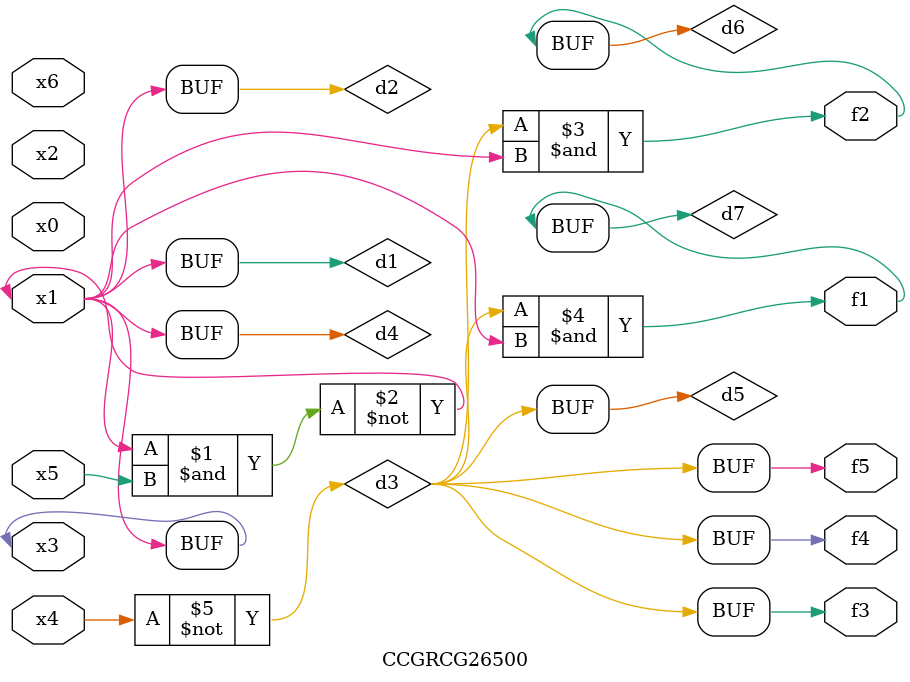
<source format=v>
module CCGRCG26500(
	input x0, x1, x2, x3, x4, x5, x6,
	output f1, f2, f3, f4, f5
);

	wire d1, d2, d3, d4, d5, d6, d7;

	buf (d1, x1, x3);
	nand (d2, x1, x5);
	not (d3, x4);
	buf (d4, d1, d2);
	buf (d5, d3);
	and (d6, d3, d4);
	and (d7, d3, d4);
	assign f1 = d7;
	assign f2 = d6;
	assign f3 = d5;
	assign f4 = d5;
	assign f5 = d5;
endmodule

</source>
